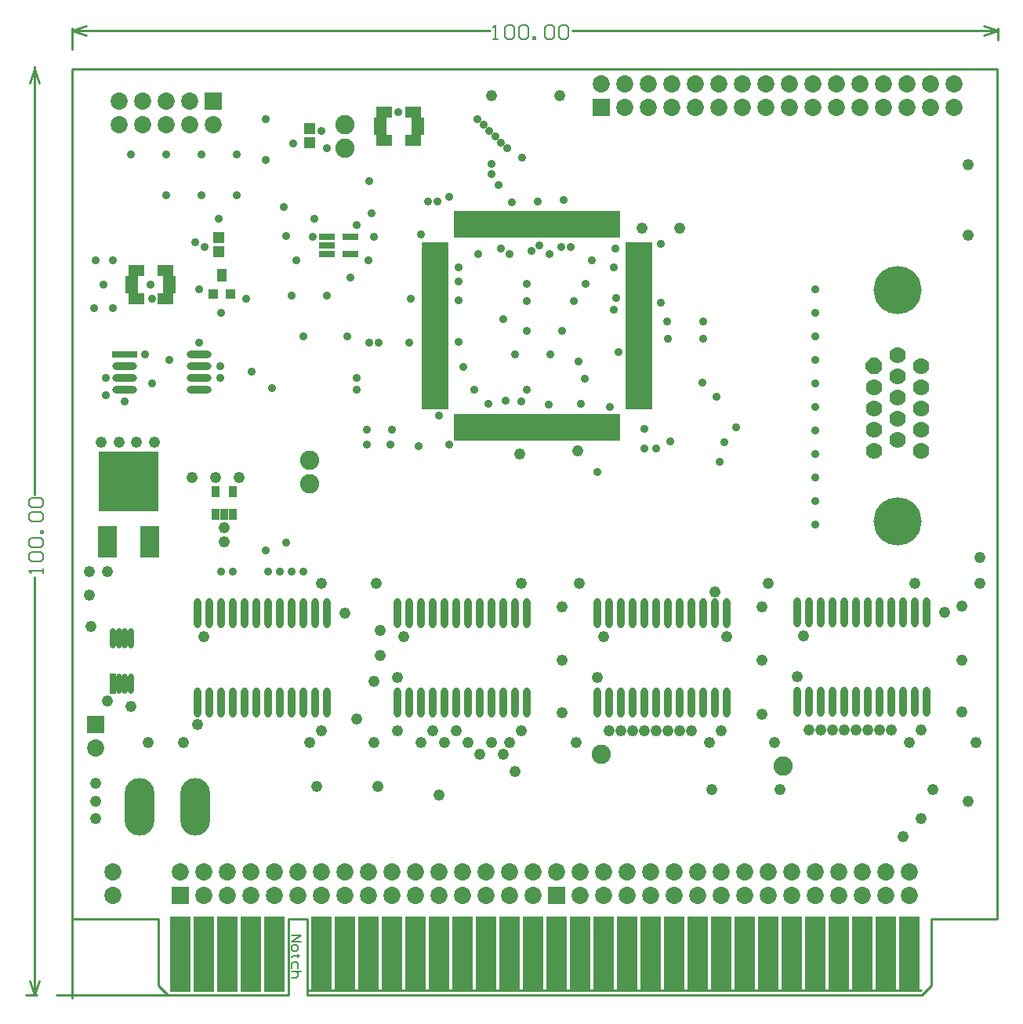
<source format=gts>
G04*
G04 #@! TF.GenerationSoftware,Altium Limited,CircuitStudio,1.5.2 (30)*
G04*
G04 Layer_Color=26367*
%FSLAX25Y25*%
%MOIN*%
G70*
G01*
G75*
%ADD28C,0.01000*%
%ADD35C,0.00800*%
%ADD36C,0.00600*%
%ADD71R,0.06706X0.03162*%
%ADD72R,0.25622X0.25622*%
%ADD73R,0.08299X0.13811*%
%ADD74O,0.11627X0.01981*%
%ADD75R,0.11627X0.01981*%
%ADD76R,0.01981X0.11627*%
%ADD77R,0.03556X0.04737*%
%ADD78R,0.10642X0.03162*%
%ADD79O,0.10642X0.03162*%
%ADD80R,0.05543X0.07512*%
%ADD81R,0.06528X0.04953*%
%ADD82R,0.05150X0.05150*%
%ADD83O,0.03200X0.12737*%
%ADD84O,0.02572X0.08674*%
%ADD85R,0.02572X0.08674*%
%ADD86R,0.04400X0.04400*%
%ADD87R,0.04400X0.05800*%
%ADD88R,0.08500X0.32000*%
%ADD89C,0.08200*%
%ADD90C,0.07300*%
%ADD91R,0.07300X0.07300*%
%ADD92C,0.20467*%
%ADD93C,0.07000*%
%ADD94P,0.07577X8X292.5*%
%ADD95O,0.12611X0.24422*%
%ADD96R,0.07300X0.07300*%
%ADD97C,0.03600*%
%ADD98C,0.04800*%
D28*
X293189Y1527701D02*
Y1529701D01*
X289252Y1135000D02*
X294189D01*
X293189Y1347845D02*
Y1528701D01*
Y1135000D02*
Y1312656D01*
X291189Y1522701D02*
X293189Y1528701D01*
X295189Y1522701D01*
X293189Y1135000D02*
X295189Y1141000D01*
X291189D02*
X293189Y1135000D01*
X308937Y1537126D02*
Y1546000D01*
X702638Y1541063D02*
Y1546000D01*
X308937Y1545000D02*
X486592D01*
X521782D02*
X702638D01*
X308937D02*
X314937Y1543000D01*
X308937Y1545000D02*
X314937Y1547000D01*
X696638D02*
X702638Y1545000D01*
X696638Y1543000D02*
X702638Y1545000D01*
X401000Y1167500D02*
X409000D01*
Y1135000D02*
X670300D01*
X349700D02*
X401000D01*
X409000D02*
Y1167500D01*
X401000Y1135000D02*
Y1167500D01*
X702500D02*
Y1528701D01*
X308937D02*
X702500D01*
X308937Y1167500D02*
Y1528701D01*
X674300Y1167500D02*
X702500D01*
X674300Y1139000D02*
Y1167500D01*
X308937D02*
X345700D01*
Y1139000D02*
Y1167500D01*
X670300Y1135000D02*
X674300Y1139000D01*
X345700D02*
X349700Y1135000D01*
X308937Y1133563D02*
Y1167500D01*
X302500Y1135000D02*
X349700D01*
X401000Y1167500D02*
X409000D01*
X401000Y1137000D02*
Y1167500D01*
X350000Y1135000D02*
X401000D01*
X409000Y1137000D02*
Y1167500D01*
Y1137000D02*
X670000D01*
D35*
X402500Y1160500D02*
X406499D01*
X402500Y1157834D01*
X406499D01*
X402500Y1155835D02*
Y1154502D01*
X403166Y1153835D01*
X404499D01*
X405166Y1154502D01*
Y1155835D01*
X404499Y1156501D01*
X403166D01*
X402500Y1155835D01*
X405832Y1151836D02*
X405166D01*
Y1152503D01*
Y1151170D01*
Y1151836D01*
X403166D01*
X402500Y1151170D01*
X405166Y1146504D02*
Y1148504D01*
X404499Y1149170D01*
X403166D01*
X402500Y1148504D01*
Y1146504D01*
X406499Y1145172D02*
X402500D01*
X404499D01*
X405166Y1144505D01*
Y1143172D01*
X404499Y1142506D01*
X402500D01*
D36*
X296788Y1314256D02*
Y1316255D01*
Y1315255D01*
X290790D01*
X291790Y1314256D01*
Y1319254D02*
X290790Y1320254D01*
Y1322253D01*
X291790Y1323253D01*
X295788D01*
X296788Y1322253D01*
Y1320254D01*
X295788Y1319254D01*
X291790D01*
Y1325252D02*
X290790Y1326252D01*
Y1328251D01*
X291790Y1329251D01*
X295788D01*
X296788Y1328251D01*
Y1326252D01*
X295788Y1325252D01*
X291790D01*
X296788Y1331250D02*
X295788D01*
Y1332250D01*
X296788D01*
Y1331250D01*
X291790Y1336248D02*
X290790Y1337248D01*
Y1339247D01*
X291790Y1340247D01*
X295788D01*
X296788Y1339247D01*
Y1337248D01*
X295788Y1336248D01*
X291790D01*
Y1342247D02*
X290790Y1343246D01*
Y1345245D01*
X291790Y1346245D01*
X295788D01*
X296788Y1345245D01*
Y1343246D01*
X295788Y1342247D01*
X291790D01*
X488193Y1541401D02*
X490192D01*
X489192D01*
Y1547399D01*
X488193Y1546399D01*
X493191D02*
X494191Y1547399D01*
X496190D01*
X497190Y1546399D01*
Y1542401D01*
X496190Y1541401D01*
X494191D01*
X493191Y1542401D01*
Y1546399D01*
X499189D02*
X500189Y1547399D01*
X502188D01*
X503188Y1546399D01*
Y1542401D01*
X502188Y1541401D01*
X500189D01*
X499189Y1542401D01*
Y1546399D01*
X505187Y1541401D02*
Y1542401D01*
X506187D01*
Y1541401D01*
X505187D01*
X510185Y1546399D02*
X511185Y1547399D01*
X513184D01*
X514184Y1546399D01*
Y1542401D01*
X513184Y1541401D01*
X511185D01*
X510185Y1542401D01*
Y1546399D01*
X516184D02*
X517183Y1547399D01*
X519182D01*
X520182Y1546399D01*
Y1542401D01*
X519182Y1541401D01*
X517183D01*
X516184Y1542401D01*
Y1546399D01*
D71*
X427343Y1450020D02*
D03*
Y1457500D02*
D03*
X417500Y1450020D02*
D03*
Y1453760D02*
D03*
Y1457500D02*
D03*
D72*
X333110Y1353366D02*
D03*
D73*
X324055Y1327775D02*
D03*
X342165D02*
D03*
D74*
X463386Y1453996D02*
D03*
D75*
Y1452027D02*
D03*
Y1450059D02*
D03*
Y1448090D02*
D03*
Y1446122D02*
D03*
Y1444153D02*
D03*
Y1442185D02*
D03*
Y1440217D02*
D03*
Y1438248D02*
D03*
Y1436279D02*
D03*
Y1434311D02*
D03*
Y1432342D02*
D03*
Y1430374D02*
D03*
Y1428405D02*
D03*
Y1426437D02*
D03*
Y1424468D02*
D03*
Y1422500D02*
D03*
Y1420531D02*
D03*
Y1418563D02*
D03*
Y1416594D02*
D03*
Y1414626D02*
D03*
Y1412658D02*
D03*
Y1410689D02*
D03*
Y1408720D02*
D03*
Y1406752D02*
D03*
Y1404784D02*
D03*
Y1402815D02*
D03*
Y1400846D02*
D03*
Y1398878D02*
D03*
Y1396909D02*
D03*
Y1394941D02*
D03*
Y1392972D02*
D03*
Y1391004D02*
D03*
Y1389035D02*
D03*
Y1387067D02*
D03*
Y1385098D02*
D03*
X550000D02*
D03*
Y1387067D02*
D03*
Y1389035D02*
D03*
Y1391004D02*
D03*
Y1392972D02*
D03*
Y1394941D02*
D03*
Y1396909D02*
D03*
Y1398878D02*
D03*
Y1400846D02*
D03*
Y1402815D02*
D03*
Y1404784D02*
D03*
Y1406752D02*
D03*
Y1408720D02*
D03*
Y1410689D02*
D03*
Y1412658D02*
D03*
Y1414626D02*
D03*
Y1416594D02*
D03*
Y1418563D02*
D03*
Y1420531D02*
D03*
Y1422500D02*
D03*
Y1424468D02*
D03*
Y1426437D02*
D03*
Y1428405D02*
D03*
Y1430374D02*
D03*
Y1432342D02*
D03*
Y1434311D02*
D03*
Y1436279D02*
D03*
Y1438248D02*
D03*
Y1440217D02*
D03*
Y1442185D02*
D03*
Y1444153D02*
D03*
Y1446122D02*
D03*
Y1448090D02*
D03*
Y1450059D02*
D03*
Y1452027D02*
D03*
Y1453996D02*
D03*
D76*
X472244Y1376240D02*
D03*
X474213D02*
D03*
X476181D02*
D03*
X478150D02*
D03*
X480118D02*
D03*
X482087D02*
D03*
X484055D02*
D03*
X486024D02*
D03*
X487992D02*
D03*
X489961D02*
D03*
X491929D02*
D03*
X493898D02*
D03*
X495866D02*
D03*
X497835D02*
D03*
X499803D02*
D03*
X501772D02*
D03*
X503740D02*
D03*
X505709D02*
D03*
X507677D02*
D03*
X509646D02*
D03*
X511614D02*
D03*
X513583D02*
D03*
X515551D02*
D03*
X517520D02*
D03*
X519488D02*
D03*
X521457D02*
D03*
X523425D02*
D03*
X525394D02*
D03*
X527362D02*
D03*
X529331D02*
D03*
X531299D02*
D03*
X533268D02*
D03*
X535236D02*
D03*
X537205D02*
D03*
X539173D02*
D03*
X541142D02*
D03*
Y1462854D02*
D03*
X539173D02*
D03*
X537205D02*
D03*
X535236D02*
D03*
X533268D02*
D03*
X531299D02*
D03*
X529331D02*
D03*
X527362D02*
D03*
X525394D02*
D03*
X523425D02*
D03*
X521457D02*
D03*
X519488D02*
D03*
X517520D02*
D03*
X515551D02*
D03*
X513583D02*
D03*
X511614D02*
D03*
X509646D02*
D03*
X507677D02*
D03*
X505709D02*
D03*
X503740D02*
D03*
X501772D02*
D03*
X499803D02*
D03*
X497835D02*
D03*
X495866D02*
D03*
X493898D02*
D03*
X491929D02*
D03*
X489961D02*
D03*
X487992D02*
D03*
X486024D02*
D03*
X484055D02*
D03*
X482087D02*
D03*
X480118D02*
D03*
X478150D02*
D03*
X476181D02*
D03*
X474213D02*
D03*
X472244D02*
D03*
D77*
X377480Y1348949D02*
D03*
X370000D02*
D03*
X377480Y1339500D02*
D03*
X373740D02*
D03*
X370000D02*
D03*
D78*
X331437Y1407500D02*
D03*
D79*
Y1402500D02*
D03*
Y1397500D02*
D03*
Y1392500D02*
D03*
X362933Y1407500D02*
D03*
Y1402500D02*
D03*
Y1397500D02*
D03*
Y1392500D02*
D03*
D80*
X440000Y1504500D02*
D03*
X456142D02*
D03*
X350374Y1437000D02*
D03*
X334232D02*
D03*
D81*
X441673Y1510504D02*
D03*
X454075D02*
D03*
Y1498496D02*
D03*
X441673D02*
D03*
X348701Y1430996D02*
D03*
X336299D02*
D03*
Y1443004D02*
D03*
X348701D02*
D03*
D82*
X371500Y1451000D02*
D03*
Y1456905D02*
D03*
X410000Y1497500D02*
D03*
Y1503405D02*
D03*
D83*
X452500Y1259500D02*
D03*
X462500D02*
D03*
X467500D02*
D03*
X472500D02*
D03*
X457500D02*
D03*
X482500D02*
D03*
X477500D02*
D03*
X487500D02*
D03*
X502500D02*
D03*
X497500D02*
D03*
X492500D02*
D03*
X457500Y1297500D02*
D03*
X462500D02*
D03*
X467500D02*
D03*
X472500D02*
D03*
X477500D02*
D03*
X482500D02*
D03*
X487500D02*
D03*
X492500D02*
D03*
X497500D02*
D03*
X447500Y1259500D02*
D03*
Y1297500D02*
D03*
X452500D02*
D03*
X502500D02*
D03*
X587500D02*
D03*
X537500D02*
D03*
X532500D02*
D03*
Y1259500D02*
D03*
X582500Y1297500D02*
D03*
X577500D02*
D03*
X572500D02*
D03*
X567500D02*
D03*
X562500D02*
D03*
X557500D02*
D03*
X552500D02*
D03*
X547500D02*
D03*
X542500D02*
D03*
X577500Y1259500D02*
D03*
X582500D02*
D03*
X587500D02*
D03*
X572500D02*
D03*
X562500D02*
D03*
X567500D02*
D03*
X542500D02*
D03*
X557500D02*
D03*
X552500D02*
D03*
X547500D02*
D03*
X537500D02*
D03*
X672500Y1297750D02*
D03*
X622500D02*
D03*
X617500D02*
D03*
Y1259750D02*
D03*
X667500Y1297750D02*
D03*
X662500D02*
D03*
X657500D02*
D03*
X652500D02*
D03*
X647500D02*
D03*
X642500D02*
D03*
X637500D02*
D03*
X632500D02*
D03*
X627500D02*
D03*
X662500Y1259750D02*
D03*
X667500D02*
D03*
X672500D02*
D03*
X657500D02*
D03*
X647500D02*
D03*
X652500D02*
D03*
X627500D02*
D03*
X642500D02*
D03*
X637500D02*
D03*
X632500D02*
D03*
X622500D02*
D03*
X417500Y1297500D02*
D03*
X367500D02*
D03*
X362500D02*
D03*
Y1259500D02*
D03*
X412500Y1297500D02*
D03*
X407500D02*
D03*
X402500D02*
D03*
X397500D02*
D03*
X392500D02*
D03*
X387500D02*
D03*
X382500D02*
D03*
X377500D02*
D03*
X372500D02*
D03*
X407500Y1259500D02*
D03*
X412500D02*
D03*
X417500D02*
D03*
X402500D02*
D03*
X392500D02*
D03*
X397500D02*
D03*
X372500D02*
D03*
X387500D02*
D03*
X382500D02*
D03*
X377500D02*
D03*
X367500D02*
D03*
D84*
X334114Y1286791D02*
D03*
X331555D02*
D03*
X328996D02*
D03*
X326437D02*
D03*
X334114Y1267500D02*
D03*
X331555D02*
D03*
X328996D02*
D03*
D85*
X326437D02*
D03*
D86*
X376500Y1433000D02*
D03*
X369000D02*
D03*
D87*
X372800Y1441000D02*
D03*
D88*
X395000Y1152500D02*
D03*
X665000D02*
D03*
X655000D02*
D03*
X645000D02*
D03*
X635000D02*
D03*
X355000D02*
D03*
X365000D02*
D03*
X375000D02*
D03*
X385000D02*
D03*
X415000D02*
D03*
X425000D02*
D03*
X435000D02*
D03*
X445000D02*
D03*
X455000D02*
D03*
X465000D02*
D03*
X475000D02*
D03*
X485000D02*
D03*
X495000D02*
D03*
X505000D02*
D03*
X515000D02*
D03*
X525000D02*
D03*
X535000D02*
D03*
X545000D02*
D03*
X555000D02*
D03*
X565000D02*
D03*
X575000D02*
D03*
X585000D02*
D03*
X595000D02*
D03*
X605000D02*
D03*
X615000D02*
D03*
X625000D02*
D03*
D89*
X533937Y1237500D02*
D03*
X425000Y1505000D02*
D03*
Y1495000D02*
D03*
X410000Y1352500D02*
D03*
X611437Y1232500D02*
D03*
X410000Y1362500D02*
D03*
D90*
X683937Y1522500D02*
D03*
Y1512500D02*
D03*
X673937Y1522500D02*
D03*
Y1512500D02*
D03*
X663937Y1522500D02*
D03*
Y1512500D02*
D03*
X653937Y1522500D02*
D03*
Y1512500D02*
D03*
X643937Y1522500D02*
D03*
Y1512500D02*
D03*
X633937Y1522500D02*
D03*
Y1512500D02*
D03*
X623937Y1522500D02*
D03*
Y1512500D02*
D03*
X613937Y1522500D02*
D03*
Y1512500D02*
D03*
X603937Y1522500D02*
D03*
Y1512500D02*
D03*
X593937Y1522500D02*
D03*
Y1512500D02*
D03*
X583937Y1522500D02*
D03*
Y1512500D02*
D03*
X573937Y1522500D02*
D03*
Y1512500D02*
D03*
X563937Y1522500D02*
D03*
Y1512500D02*
D03*
X553937Y1522500D02*
D03*
Y1512500D02*
D03*
X543937Y1522500D02*
D03*
Y1512500D02*
D03*
X533937Y1522500D02*
D03*
X355000Y1187500D02*
D03*
X365000Y1177500D02*
D03*
Y1187500D02*
D03*
X375000Y1177500D02*
D03*
Y1187500D02*
D03*
X385000Y1177500D02*
D03*
Y1187500D02*
D03*
X395000Y1177500D02*
D03*
Y1187500D02*
D03*
X405000Y1177500D02*
D03*
Y1187500D02*
D03*
X415000Y1177500D02*
D03*
Y1187500D02*
D03*
X425000Y1177500D02*
D03*
Y1187500D02*
D03*
X435000Y1177500D02*
D03*
Y1187500D02*
D03*
X445000Y1177500D02*
D03*
Y1187500D02*
D03*
X455000Y1177500D02*
D03*
Y1187500D02*
D03*
X465000Y1177500D02*
D03*
Y1187500D02*
D03*
X475000Y1177500D02*
D03*
Y1187500D02*
D03*
X485000Y1177500D02*
D03*
Y1187500D02*
D03*
X495000Y1177500D02*
D03*
Y1187500D02*
D03*
X505000Y1177500D02*
D03*
Y1187500D02*
D03*
X515000D02*
D03*
X525000Y1177500D02*
D03*
Y1187500D02*
D03*
X535000Y1177500D02*
D03*
Y1187500D02*
D03*
X545000Y1177500D02*
D03*
Y1187500D02*
D03*
X555000Y1177500D02*
D03*
Y1187500D02*
D03*
X565000Y1177500D02*
D03*
Y1187500D02*
D03*
X575000Y1177500D02*
D03*
Y1187500D02*
D03*
X585000Y1177500D02*
D03*
Y1187500D02*
D03*
X595000Y1177500D02*
D03*
Y1187500D02*
D03*
X605000Y1177500D02*
D03*
Y1187500D02*
D03*
X615000Y1177500D02*
D03*
Y1187500D02*
D03*
X625000Y1177500D02*
D03*
Y1187500D02*
D03*
X635000Y1177500D02*
D03*
Y1187500D02*
D03*
X645000Y1177500D02*
D03*
Y1187500D02*
D03*
X655000Y1177500D02*
D03*
Y1187500D02*
D03*
X665000Y1177500D02*
D03*
Y1187500D02*
D03*
X319000Y1240000D02*
D03*
X326437Y1177500D02*
D03*
Y1187500D02*
D03*
X368937Y1505000D02*
D03*
X358937Y1515000D02*
D03*
Y1505000D02*
D03*
X348937Y1515000D02*
D03*
Y1505000D02*
D03*
X338937Y1515000D02*
D03*
Y1505000D02*
D03*
X328937Y1515000D02*
D03*
Y1505000D02*
D03*
D91*
X533937Y1512500D02*
D03*
X355000Y1177500D02*
D03*
X515000D02*
D03*
X319000Y1250000D02*
D03*
D92*
X660000Y1336333D02*
D03*
Y1434667D02*
D03*
D93*
X670000Y1366500D02*
D03*
Y1375500D02*
D03*
Y1384500D02*
D03*
Y1393500D02*
D03*
Y1402500D02*
D03*
X660000Y1371000D02*
D03*
Y1380000D02*
D03*
Y1389000D02*
D03*
Y1398000D02*
D03*
Y1407000D02*
D03*
X650000Y1366500D02*
D03*
Y1384500D02*
D03*
Y1393500D02*
D03*
Y1375500D02*
D03*
D94*
Y1402500D02*
D03*
D95*
X337815Y1215000D02*
D03*
X361437D02*
D03*
D96*
X368937Y1515000D02*
D03*
D97*
X584469Y1361850D02*
D03*
X456500Y1368319D02*
D03*
X465000Y1381500D02*
D03*
X586437Y1370000D02*
D03*
X493937Y1495000D02*
D03*
X491437Y1497500D02*
D03*
X488937Y1500000D02*
D03*
X486437Y1502500D02*
D03*
X483937Y1505000D02*
D03*
X481437Y1507500D02*
D03*
X457500Y1458500D02*
D03*
X473500Y1438500D02*
D03*
Y1444500D02*
D03*
X525500Y1386500D02*
D03*
X539500Y1426500D02*
D03*
Y1444500D02*
D03*
X559500Y1454500D02*
D03*
X521000Y1453000D02*
D03*
X491500Y1452500D02*
D03*
X507677Y1453677D02*
D03*
X517000Y1453000D02*
D03*
X343000Y1430996D02*
D03*
X552500Y1375531D02*
D03*
X532500Y1357500D02*
D03*
X500000Y1387500D02*
D03*
X486024Y1386476D02*
D03*
X527500Y1437500D02*
D03*
X492500Y1422500D02*
D03*
X507000Y1472500D02*
D03*
X469500Y1369000D02*
D03*
X460531Y1472500D02*
D03*
X435531Y1412500D02*
D03*
X502500Y1392500D02*
D03*
X524500Y1404500D02*
D03*
X502500Y1437500D02*
D03*
Y1417500D02*
D03*
X430000Y1397500D02*
D03*
X331437Y1387500D02*
D03*
X350315Y1405000D02*
D03*
X402500Y1432500D02*
D03*
X577500Y1414000D02*
D03*
X530000Y1447500D02*
D03*
X512500Y1407500D02*
D03*
X480000Y1392500D02*
D03*
X522500Y1430000D02*
D03*
X497500Y1407500D02*
D03*
X412000Y1465000D02*
D03*
X552500Y1367500D02*
D03*
X404468Y1447500D02*
D03*
X400000Y1457618D02*
D03*
X437500Y1457500D02*
D03*
X435000Y1447500D02*
D03*
X447874Y1510504D02*
D03*
X591500Y1376500D02*
D03*
X407500Y1415000D02*
D03*
X323437Y1390000D02*
D03*
Y1397500D02*
D03*
X385437Y1400000D02*
D03*
X371937Y1402500D02*
D03*
Y1397500D02*
D03*
X339937Y1407500D02*
D03*
X430000Y1462500D02*
D03*
X402910Y1497000D02*
D03*
X540000Y1452500D02*
D03*
X562000Y1421500D02*
D03*
X559500Y1429500D02*
D03*
X562500Y1414000D02*
D03*
X452500Y1412500D02*
D03*
X518000Y1473000D02*
D03*
X453000Y1431000D02*
D03*
X583031Y1389468D02*
D03*
X577000Y1395500D02*
D03*
X563500Y1370500D02*
D03*
X464468Y1472500D02*
D03*
X577500Y1421500D02*
D03*
X439468Y1412500D02*
D03*
X427500Y1440000D02*
D03*
X415000Y1502500D02*
D03*
X426181Y1415000D02*
D03*
X342500Y1437000D02*
D03*
X475500Y1402000D02*
D03*
X362933Y1412496D02*
D03*
X343091Y1395031D02*
D03*
X557500Y1367500D02*
D03*
X417500Y1432500D02*
D03*
X481850Y1450000D02*
D03*
X537598Y1385098D02*
D03*
X496000Y1472000D02*
D03*
X469500Y1474500D02*
D03*
X625000Y1335000D02*
D03*
Y1345000D02*
D03*
Y1355000D02*
D03*
Y1365000D02*
D03*
Y1375000D02*
D03*
Y1385000D02*
D03*
Y1395000D02*
D03*
Y1405000D02*
D03*
Y1415000D02*
D03*
Y1425000D02*
D03*
Y1435000D02*
D03*
X393937Y1393000D02*
D03*
X434500Y1375500D02*
D03*
X445000D02*
D03*
X371500Y1465000D02*
D03*
X365500Y1453000D02*
D03*
X322500Y1437000D02*
D03*
X444500Y1369000D02*
D03*
X434500D02*
D03*
X318500Y1427000D02*
D03*
X326500D02*
D03*
X372500Y1425000D02*
D03*
Y1315000D02*
D03*
X377500D02*
D03*
X391500Y1324000D02*
D03*
X400000Y1327500D02*
D03*
X392500Y1315000D02*
D03*
X397500D02*
D03*
X402500D02*
D03*
X407500D02*
D03*
X363000Y1435000D02*
D03*
X383000Y1431000D02*
D03*
X318937Y1447500D02*
D03*
X326437D02*
D03*
X398937Y1470000D02*
D03*
X500437Y1491000D02*
D03*
X490437Y1479500D02*
D03*
X487437Y1484000D02*
D03*
Y1488500D02*
D03*
X435437Y1481000D02*
D03*
X436437Y1467500D02*
D03*
X411437Y1457500D02*
D03*
X502500Y1430000D02*
D03*
X495000Y1450000D02*
D03*
X512000D02*
D03*
X526968Y1396968D02*
D03*
X517500Y1417500D02*
D03*
X430000Y1392500D02*
D03*
X473374Y1430374D02*
D03*
X473343Y1412658D02*
D03*
X493500Y1387750D02*
D03*
X511614Y1385886D02*
D03*
X541500Y1408500D02*
D03*
X540500Y1431500D02*
D03*
X504542Y1451260D02*
D03*
X417500Y1495000D02*
D03*
X348937Y1475000D02*
D03*
X363937D02*
D03*
X378937D02*
D03*
X391437Y1490000D02*
D03*
X363937Y1492500D02*
D03*
X348937D02*
D03*
X378937D02*
D03*
X391437Y1507500D02*
D03*
X333937Y1492500D02*
D03*
X361437Y1455000D02*
D03*
D98*
X415000Y1310000D02*
D03*
X430000Y1252500D02*
D03*
X437500Y1268299D02*
D03*
X410000Y1242250D02*
D03*
X580000D02*
D03*
X495000D02*
D03*
X500000Y1310000D02*
D03*
X582500Y1306500D02*
D03*
X665000Y1242500D02*
D03*
X465000Y1220000D02*
D03*
X497500Y1230000D02*
D03*
X662500Y1202500D02*
D03*
X482500Y1237500D02*
D03*
X492500D02*
D03*
X324055Y1315118D02*
D03*
X316437Y1315000D02*
D03*
X323937Y1260000D02*
D03*
X341437Y1242500D02*
D03*
X373740Y1327740D02*
D03*
Y1333620D02*
D03*
X607799Y1242250D02*
D03*
X693299Y1242500D02*
D03*
X617500Y1270250D02*
D03*
X687500Y1277500D02*
D03*
X695000Y1310000D02*
D03*
X535000Y1287500D02*
D03*
X532500Y1270000D02*
D03*
X450000Y1287500D02*
D03*
X447500Y1270000D02*
D03*
X524850Y1310000D02*
D03*
X523299Y1242250D02*
D03*
X581000Y1222500D02*
D03*
X438299Y1310000D02*
D03*
X365000Y1287500D02*
D03*
X362500Y1250000D02*
D03*
X602500Y1277500D02*
D03*
X437500Y1242250D02*
D03*
X517500Y1277500D02*
D03*
X620000Y1287750D02*
D03*
X605000Y1310000D02*
D03*
X440000Y1279350D02*
D03*
X356437Y1242500D02*
D03*
X334114Y1257677D02*
D03*
X622500Y1247750D02*
D03*
X627500D02*
D03*
X632500D02*
D03*
X637500D02*
D03*
X642500D02*
D03*
X647500D02*
D03*
X652500D02*
D03*
X657500D02*
D03*
X572500Y1247500D02*
D03*
X567500D02*
D03*
X562500D02*
D03*
X557500D02*
D03*
X552500D02*
D03*
X547500D02*
D03*
X542500D02*
D03*
X537500D02*
D03*
X487500Y1242500D02*
D03*
X610000Y1222500D02*
D03*
X687500Y1255250D02*
D03*
X602500Y1254201D02*
D03*
X517500Y1255000D02*
D03*
X670000Y1247750D02*
D03*
X585000Y1247500D02*
D03*
X500000D02*
D03*
X415000D02*
D03*
X567516Y1461000D02*
D03*
X551516D02*
D03*
X524000Y1366500D02*
D03*
X321437Y1370000D02*
D03*
X336437D02*
D03*
X499500Y1365000D02*
D03*
X438937Y1223563D02*
D03*
X462500Y1247500D02*
D03*
X457500Y1242500D02*
D03*
X602500Y1300000D02*
D03*
X517500D02*
D03*
X687500Y1300250D02*
D03*
X587500Y1287500D02*
D03*
X680000Y1297750D02*
D03*
X477500Y1242500D02*
D03*
X472500Y1247500D02*
D03*
X425000Y1297500D02*
D03*
X467500Y1242500D02*
D03*
X667500Y1310000D02*
D03*
X689937Y1457937D02*
D03*
Y1487937D02*
D03*
X440000Y1290150D02*
D03*
X695000Y1321000D02*
D03*
X447500Y1247500D02*
D03*
X360000Y1355000D02*
D03*
X370000D02*
D03*
X380000D02*
D03*
X412937Y1223563D02*
D03*
X516437Y1517500D02*
D03*
X487437Y1517500D02*
D03*
X343937Y1370000D02*
D03*
X328937D02*
D03*
X690000Y1217500D02*
D03*
X670020Y1210020D02*
D03*
X675000Y1222500D02*
D03*
X318937Y1225000D02*
D03*
Y1217500D02*
D03*
Y1210000D02*
D03*
X316437Y1305000D02*
D03*
X317087Y1291850D02*
D03*
M02*

</source>
